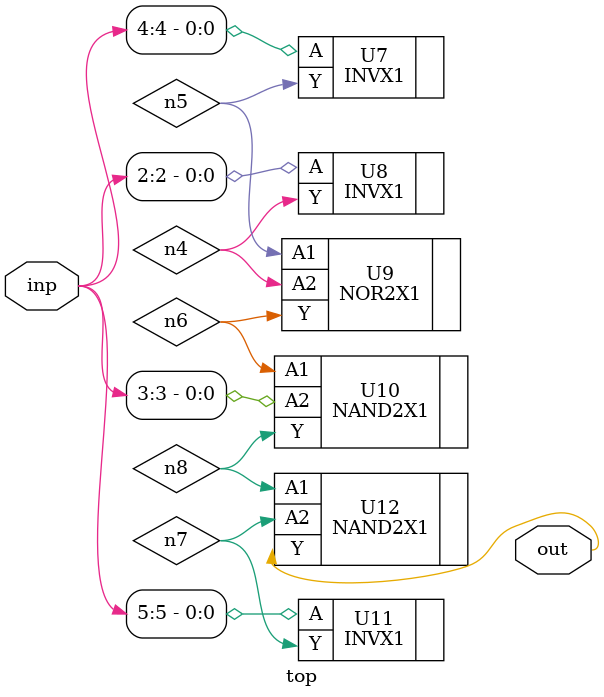
<source format=sv>


module top ( inp, out );
  input [5:0] inp;
  output out;
  wire   n4, n5, n6, n7, n8;

  INVX1 U7 ( .A(inp[4]), .Y(n5) );
  INVX1 U8 ( .A(inp[2]), .Y(n4) );
  NOR2X1 U9 ( .A1(n5), .A2(n4), .Y(n6) );
  NAND2X1 U10 ( .A1(n6), .A2(inp[3]), .Y(n8) );
  INVX1 U11 ( .A(inp[5]), .Y(n7) );
  NAND2X1 U12 ( .A1(n8), .A2(n7), .Y(out) );
endmodule


</source>
